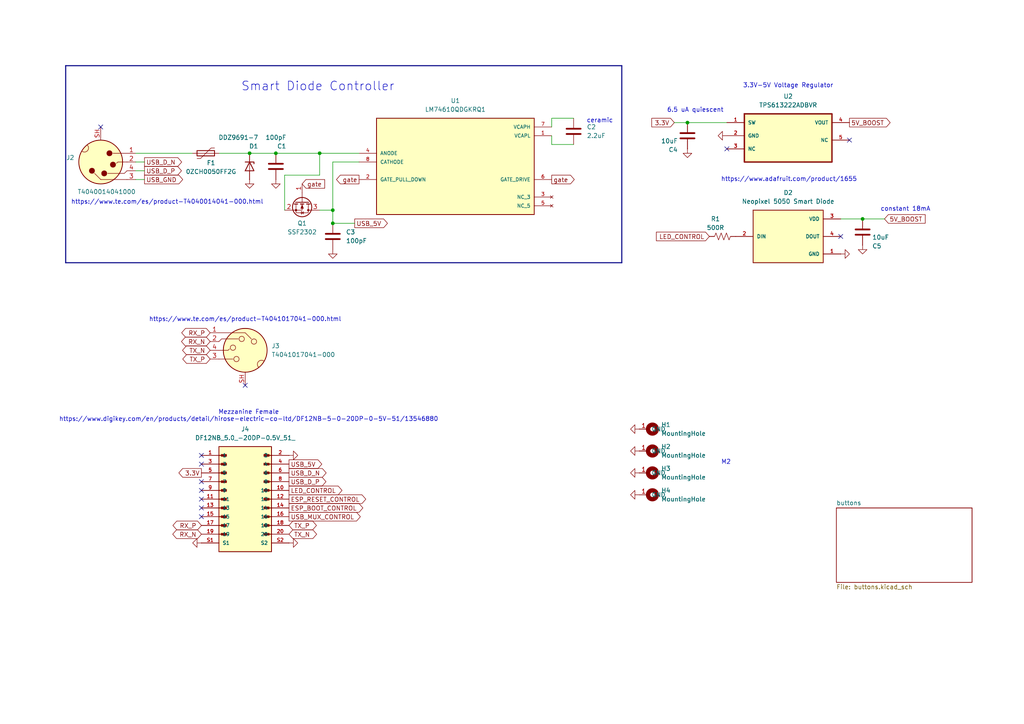
<source format=kicad_sch>
(kicad_sch (version 20250114) (generator "eeschema") (generator_version "9.0")
  (paper "A4")
  (lib_symbols
    (symbol "1426:Neopixel 5050 Smart Diode" (pin_names (offset 1.016))
      (property "Reference" "D" (at -10.16 8.382 0))
      (property "Value" "Neopixel 5050 Smart Diode" (at -10.16 -10.16 0))
      (symbol "Neopixel 5050 Smart Diode_0_0"
        (rectangle (start -10.16 7.62) (end 10.16 -7.62) (stroke (width 0.254)) (fill (type background)))
        (pin input line (at -15.24 0 0) (length 5.08) (name "DIN") (number "2"))
        (pin power_in line (at 15.24 5.08 180) (length 5.08) (name "VDD") (number "3"))
        (pin power_in line (at 15.24 -5.08 180) (length 5.08) (name "GND") (number "1"))
      )
      (symbol "Neopixel 5050 Smart Diode_1_0"
        (pin output line (at 15.24 0 180) (length 5.08) (name "DOUT") (number "4"))
      )
    )
    (symbol "Connector:IEC61076-2_M8_A-coding_01x04_Plug_Shielded"
      (property "Reference" "J" (at 0 7.62 0))
      (property "Value" "IEC61076-2_M8_A-coding_01x04_Plug_Shielded" (at 0 -7.62 0))
      (symbol "IEC61076-2_M8_A-coding_01x04_Plug_Shielded_0_1"
        (polyline (pts (xy -7.62 0) (xy -4.953 0) (xy -4.572 0.381)))
        (polyline (pts (xy -7.62 -2.54) (xy -3.556 -2.54)))
        (circle (center -3.556 0.762) (radius 0.762) (fill (type outline)))
        (circle (center -2.54 -2.54) (radius 0.762) (fill (type outline)))
        (polyline (pts (xy -2.032 3.302) (xy -6.858 3.302) (xy -7.62 2.54)))
        (circle (center -1.016 3.302) (radius 0.762) (fill (type outline)))
        (polyline (pts (xy 0 5.08) (xy -7.62 5.08)))
        (polyline (pts (xy 0 5.08) (xy 1.778 3.302)))
        (circle (center 0 0) (radius 6.35) (stroke (width 0.254)) (fill (type background)))
        (circle (center 2.54 2.54) (radius 0.762) (fill (type outline)))
        (arc (start 3.937 -4.953) (mid 3.819 -3.3063) (end 5.461 -3.175))
      )
      (symbol "IEC61076-2_M8_A-coding_01x04_Plug_Shielded_1_1"
        (pin passive line (at -10.16 5.08 0) (length 2.54) (name "~") (number "3"))
        (pin passive line (at -10.16 2.54 0) (length 2.54) (name "~") (number "4"))
        (pin passive line (at -10.16 0 0) (length 2.54) (name "~") (number "2"))
        (pin passive line (at -10.16 -2.54 0) (length 2.54) (name "~") (number "1"))
        (pin passive line (at 0 -10.16 90) (length 3.81) (name "~") (number "SH"))
      )
    )
    (symbol "Connector:IEC61076-2_M8_A-coding_01x04_Receptacle_Shielded"
      (property "Reference" "J" (at 0 7.62 0))
      (property "Value" "IEC61076-2_M8_A-coding_01x04_Receptacle_Shielded" (at 0 -7.874 0))
      (symbol "IEC61076-2_M8_A-coding_01x04_Receptacle_Shielded_0_1"
        (polyline (pts (xy -7.62 0) (xy -4.953 0) (xy -4.572 0.381)))
        (polyline (pts (xy -7.62 -2.54) (xy -3.556 -2.54)))
        (circle (center -3.556 0.762) (radius 0.762))
        (circle (center -2.54 -2.54) (radius 0.762))
        (polyline (pts (xy -2.032 3.302) (xy -6.858 3.302) (xy -7.62 2.54)))
        (circle (center -1.016 3.302) (radius 0.762))
        (polyline (pts (xy 0 5.08) (xy -7.62 5.08)))
        (polyline (pts (xy 0 5.08) (xy 1.778 3.302)))
        (circle (center 0 0) (radius 6.35) (stroke (width 0.254)) (fill (type background)))
        (circle (center 2.54 2.54) (radius 0.762))
        (arc (start 3.937 -4.953) (mid 3.819 -3.3063) (end 5.461 -3.175))
      )
      (symbol "IEC61076-2_M8_A-coding_01x04_Receptacle_Shielded_1_1"
        (pin passive line (at -10.16 5.08 0) (length 2.54) (name "~") (number "1"))
        (pin passive line (at -10.16 2.54 0) (length 2.54) (name "~") (number "2"))
        (pin passive line (at -10.16 0 0) (length 2.54) (name "~") (number "4"))
        (pin passive line (at -10.16 -2.54 0) (length 2.54) (name "~") (number "3"))
        (pin passive line (at 0 -10.16 90) (length 3.81) (name "~") (number "SH"))
      )
    )
    (symbol "DF12NB_5.0_-20DP-0.5V_51_:DF12NB_5.0_-20DP-0.5V_51_" (pin_names (offset 1.016))
      (property "Reference" "J4" (at 0 20.32 0))
      (property "Value" "DF12NB_5.0_-20DP-0.5V_51_" (at 0 17.78 0))
      (symbol "DF12NB_5.0_-20DP-0.5V_51__0_0"
        (rectangle (start -7.62 15.24) (end 7.62 -15.24) (stroke (width 0.254)) (fill (type background)))
        (polyline (pts (xy -7.62 12.7) (xy -5.715 12.7)) (stroke (width 0.254)))
        (polyline (pts (xy -7.62 10.16) (xy -5.715 10.16)) (stroke (width 0.254)))
        (polyline (pts (xy -7.62 7.62) (xy -5.715 7.62)) (stroke (width 0.254)))
        (polyline (pts (xy -7.62 5.08) (xy -5.715 5.08)) (stroke (width 0.254)))
        (polyline (pts (xy -7.62 2.54) (xy -5.715 2.54)) (stroke (width 0.254)))
        (polyline (pts (xy -7.62 0) (xy -5.715 0)) (stroke (width 0.254)))
        (polyline (pts (xy -7.62 -2.54) (xy -5.715 -2.54)) (stroke (width 0.254)))
        (polyline (pts (xy -7.62 -5.08) (xy -5.715 -5.08)) (stroke (width 0.254)))
        (polyline (pts (xy -7.62 -7.62) (xy -5.715 -7.62)) (stroke (width 0.254)))
        (polyline (pts (xy -7.62 -10.16) (xy -5.715 -10.16)) (stroke (width 0.254)))
        (rectangle (start -6.985 12.3825) (end -5.3975 13.0175) (stroke (width 0.1)) (fill (type outline)))
        (rectangle (start -6.985 9.8425) (end -5.3975 10.4775) (stroke (width 0.1)) (fill (type outline)))
        (rectangle (start -6.985 7.3025) (end -5.3975 7.9375) (stroke (width 0.1)) (fill (type outline)))
        (rectangle (start -6.985 4.7625) (end -5.3975 5.3975) (stroke (width 0.1)) (fill (type outline)))
        (rectangle (start -6.985 2.2225) (end -5.3975 2.8575) (stroke (width 0.1)) (fill (type outline)))
        (rectangle (start -6.985 -0.3175) (end -5.3975 0.3175) (stroke (width 0.1)) (fill (type outline)))
        (rectangle (start -6.985 -2.8575) (end -5.3975 -2.2225) (stroke (width 0.1)) (fill (type outline)))
        (rectangle (start -6.985 -5.3975) (end -5.3975 -4.7625) (stroke (width 0.1)) (fill (type outline)))
        (rectangle (start -6.985 -7.9375) (end -5.3975 -7.3025) (stroke (width 0.1)) (fill (type outline)))
        (rectangle (start -6.985 -10.4775) (end -5.3975 -9.8425) (stroke (width 0.1)) (fill (type outline)))
        (rectangle (start 6.985 12.3825) (end 5.3975 13.0175) (stroke (width 0.1)) (fill (type outline)))
        (rectangle (start 6.985 9.8425) (end 5.3975 10.4775) (stroke (width 0.1)) (fill (type outline)))
        (rectangle (start 6.985 7.3025) (end 5.3975 7.9375) (stroke (width 0.1)) (fill (type outline)))
        (rectangle (start 6.985 4.7625) (end 5.3975 5.3975) (stroke (width 0.1)) (fill (type outline)))
        (rectangle (start 6.985 2.2225) (end 5.3975 2.8575) (stroke (width 0.1)) (fill (type outline)))
        (rectangle (start 6.985 -0.3175) (end 5.3975 0.3175) (stroke (width 0.1)) (fill (type outline)))
        (rectangle (start 6.985 -2.8575) (end 5.3975 -2.2225) (stroke (width 0.1)) (fill (type outline)))
        (rectangle (start 6.985 -5.3975) (end 5.3975 -4.7625) (stroke (width 0.1)) (fill (type outline)))
        (rectangle (start 6.985 -7.9375) (end 5.3975 -7.3025) (stroke (width 0.1)) (fill (type outline)))
        (rectangle (start 6.985 -10.4775) (end 5.3975 -9.8425) (stroke (width 0.1)) (fill (type outline)))
        (polyline (pts (xy 7.62 12.7) (xy 5.715 12.7)) (stroke (width 0.254)))
        (polyline (pts (xy 7.62 10.16) (xy 5.715 10.16)) (stroke (width 0.254)))
        (polyline (pts (xy 7.62 7.62) (xy 5.715 7.62)) (stroke (width 0.254)))
        (polyline (pts (xy 7.62 5.08) (xy 5.715 5.08)) (stroke (width 0.254)))
        (polyline (pts (xy 7.62 2.54) (xy 5.715 2.54)) (stroke (width 0.254)))
        (polyline (pts (xy 7.62 0) (xy 5.715 0)) (stroke (width 0.254)))
        (polyline (pts (xy 7.62 -2.54) (xy 5.715 -2.54)) (stroke (width 0.254)))
        (polyline (pts (xy 7.62 -5.08) (xy 5.715 -5.08)) (stroke (width 0.254)))
        (polyline (pts (xy 7.62 -7.62) (xy 5.715 -7.62)) (stroke (width 0.254)))
        (polyline (pts (xy 7.62 -10.16) (xy 5.715 -10.16)) (stroke (width 0.254)))
        (pin passive line (at -12.7 12.7 0) (length 5.08) (name "1") (number "1"))
        (pin passive line (at -12.7 10.16 0) (length 5.08) (name "3") (number "3"))
        (pin passive line (at -12.7 7.62 0) (length 5.08) (name "5") (number "5"))
        (pin passive line (at -12.7 5.08 0) (length 5.08) (name "7") (number "7"))
        (pin passive line (at -12.7 2.54 0) (length 5.08) (name "9") (number "9"))
        (pin passive line (at -12.7 0 0) (length 5.08) (name "11") (number "11"))
        (pin passive line (at -12.7 -2.54 0) (length 5.08) (name "13") (number "13"))
        (pin passive line (at -12.7 -5.08 0) (length 5.08) (name "15") (number "15"))
        (pin passive line (at -12.7 -7.62 0) (length 5.08) (name "17") (number "17"))
        (pin passive line (at -12.7 -10.16 0) (length 5.08) (name "19") (number "19"))
        (pin passive line (at 12.7 12.7 180) (length 5.08) (name "2") (number "2"))
        (pin passive line (at 12.7 10.16 180) (length 5.08) (name "4") (number "4"))
        (pin passive line (at 12.7 7.62 180) (length 5.08) (name "6") (number "6"))
        (pin passive line (at 12.7 5.08 180) (length 5.08) (name "8") (number "8"))
        (pin passive line (at 12.7 2.54 180) (length 5.08) (name "10") (number "10"))
        (pin passive line (at 12.7 0 180) (length 5.08) (name "12") (number "12"))
        (pin passive line (at 12.7 -2.54 180) (length 5.08) (name "14") (number "14"))
        (pin passive line (at 12.7 -5.08 180) (length 5.08) (name "16") (number "16"))
        (pin passive line (at 12.7 -7.62 180) (length 5.08) (name "18") (number "18"))
        (pin passive line (at 12.7 -10.16 180) (length 5.08) (name "20") (number "20"))
      )
      (symbol "DF12NB_5.0_-20DP-0.5V_51__1_0"
        (pin passive line (at -12.7 -12.7 0) (length 5.08) (name "S1") (number "S1"))
        (pin passive line (at 12.7 -12.7 180) (length 5.08) (name "S2") (number "S2"))
      )
    )
    (symbol "Device:C" (pin_numbers (hide yes)) (pin_names (offset 0.254))
      (property "Reference" "C" (at 0.635 2.54 0))
      (property "Value" "C" (at 0.635 -2.54 0))
      (symbol "C_0_1"
        (polyline (pts (xy -2.032 0.762) (xy 2.032 0.762)) (stroke (width 0.508)))
        (polyline (pts (xy -2.032 -0.762) (xy 2.032 -0.762)) (stroke (width 0.508)))
      )
      (symbol "C_1_1"
        (pin passive line (at 0 3.81 270) (length 2.794) (name "~") (number "1"))
        (pin passive line (at 0 -3.81 90) (length 2.794) (name "~") (number "2"))
      )
    )
    (symbol "Device:Polyfuse" (pin_numbers (hide yes)) (pin_names (offset 0))
      (property "Reference" "F" (at -2.54 0 90))
      (property "Value" "Polyfuse" (at 2.54 0 90))
      (symbol "Polyfuse_0_1"
        (polyline (pts (xy -1.524 2.54) (xy -1.524 1.524) (xy 1.524 -1.524) (xy 1.524 -2.54)))
        (rectangle (start -0.762 2.54) (end 0.762 -2.54) (stroke (width 0.254)))
        (polyline (pts (xy 0 2.54) (xy 0 -2.54)))
      )
      (symbol "Polyfuse_1_1"
        (pin passive line (at 0 3.81 270) (length 1.27) (name "~") (number "1"))
        (pin passive line (at 0 -3.81 90) (length 1.27) (name "~") (number "2"))
      )
    )
    (symbol "Device:R_US" (pin_numbers (hide yes)) (pin_names (offset 0))
      (property "Reference" "R" (at 2.54 0 90))
      (property "Value" "R_US" (at -2.54 0 90))
      (symbol "R_US_0_1"
        (polyline (pts (xy 0 2.286) (xy 0 2.54)))
        (polyline (pts (xy 0 2.286) (xy 1.016 1.905) (xy 0 1.524) (xy -1.016 1.143) (xy 0 0.762)))
        (polyline (pts (xy 0 0.762) (xy 1.016 0.381) (xy 0 0) (xy -1.016 -0.381) (xy 0 -0.762)))
        (polyline (pts (xy 0 -0.762) (xy 1.016 -1.143) (xy 0 -1.524) (xy -1.016 -1.905) (xy 0 -2.286)))
        (polyline (pts (xy 0 -2.286) (xy 0 -2.54)))
      )
      (symbol "R_US_1_1"
        (pin passive line (at 0 3.81 270) (length 1.27) (name "~") (number "1"))
        (pin passive line (at 0 -3.81 90) (length 1.27) (name "~") (number "2"))
      )
    )
    (symbol "Diode:1N47xxA" (pin_numbers (hide yes)) (pin_names (hide yes))
      (property "Reference" "D" (at 0 2.54 0))
      (property "Value" "1N47xxA" (at 0 -2.54 0))
      (symbol "1N47xxA_0_1"
        (polyline (pts (xy -1.27 -1.27) (xy -1.27 1.27) (xy -0.762 1.27)) (stroke (width 0.254)))
        (polyline (pts (xy 1.27 0) (xy -1.27 0)))
        (polyline (pts (xy 1.27 -1.27) (xy 1.27 1.27) (xy -1.27 0) (xy 1.27 -1.27)) (stroke (width 0.254)))
      )
      (symbol "1N47xxA_1_1"
        (pin passive line (at -3.81 0 0) (length 2.54) (name "K") (number "1"))
        (pin passive line (at 3.81 0 180) (length 2.54) (name "A") (number "2"))
      )
    )
    (symbol "LM74610QDGKRQ1:LM74610QDGKRQ1" (pin_names (offset 1.016))
      (property "Reference" "U" (at -22.86 13.97 0))
      (property "Value" "LM74610QDGKRQ1" (at -22.86 -16.51 0))
      (symbol "LM74610QDGKRQ1_0_0"
        (rectangle (start -22.86 -15.24) (end 22.86 12.7) (stroke (width 0.254)) (fill (type background)))
        (pin bidirectional line (at -27.94 2.54 0) (length 5.08) (name "ANODE") (number "4"))
        (pin bidirectional line (at -27.94 0 0) (length 5.08) (name "CATHODE") (number "8"))
        (pin bidirectional line (at -27.94 -5.08 0) (length 5.08) (name "GATE_PULL_DOWN") (number "2"))
        (pin output line (at 27.94 10.16 180) (length 5.08) (name "VCAPH") (number "7"))
        (pin output line (at 27.94 7.62 180) (length 5.08) (name "VCAPL") (number "1"))
        (pin output line (at 27.94 -5.08 180) (length 5.08) (name "GATE_DRIVE") (number "6"))
        (pin no_connect line (at 27.94 -10.16 180) (length 5.08) (name "NC_3") (number "3"))
        (pin no_connect line (at 27.94 -12.7 180) (length 5.08) (name "NC_5") (number "5"))
      )
    )
    (symbol "MountingHole_1" (pin_names (offset 1.016)) (in_bom no)
      (property "Reference" "H1" (at 2.54 1.2701 0))
      (property "Value" "MountingHole" (at 2.54 -1.2699 0))
      (symbol "MountingHole_1_0_1"
        (circle (center 0 0) (radius 1.27) (stroke (width 1.27)))
      )
      (symbol "MountingHole_1_1_1"
        (pin input line (at -3.81 0 0) (length 2.54) (name "GND") (number "1"))
      )
    )
    (symbol "TPS613222ADBVR:TPS613222ADBVR" (pin_names (offset 1.016))
      (property "Reference" "U2" (at 0 10.16 0))
      (property "Value" "TPS613222ADBVR" (at 0 7.62 0))
      (symbol "TPS613222ADBVR_0_0"
        (rectangle (start -12.7 5.08) (end 12.7 -8.89) (stroke (width 0.41)) (fill (type background)))
        (pin input line (at -17.78 2.54 0) (length 5.08) (name "SW") (number "1"))
        (pin power_in line (at -17.78 -1.27 0) (length 5.08) (name "GND") (number "2"))
        (pin output line (at 17.78 2.54 180) (length 5.08) (name "VOUT") (number "4"))
      )
      (symbol "TPS613222ADBVR_1_0"
        (pin power_in line (at -17.78 -5.08 0) (length 5.08) (name "NC") (number "3"))
        (pin power_in line (at 17.78 -2.54 180) (length 5.08) (name "NC") (number "5"))
      )
    )
    (symbol "Transistor_FET:2N7002K" (pin_names (offset 0) (hide yes))
      (property "Reference" "Q" (at 5.08 1.905 0))
      (property "Value" "2N7002K" (at 5.08 0 0))
      (symbol "2N7002K_0_1"
        (polyline (pts (xy 0.254 1.905) (xy 0.254 -1.905)) (stroke (width 0.254)))
        (polyline (pts (xy 0.254 0) (xy -2.54 0)))
        (polyline (pts (xy 0.762 2.286) (xy 0.762 1.27)) (stroke (width 0.254)))
        (polyline (pts (xy 0.762 0.508) (xy 0.762 -0.508)) (stroke (width 0.254)))
        (polyline (pts (xy 0.762 -1.27) (xy 0.762 -2.286)) (stroke (width 0.254)))
        (polyline (pts (xy 0.762 -1.778) (xy 3.302 -1.778) (xy 3.302 1.778) (xy 0.762 1.778)))
        (polyline (pts (xy 1.016 0) (xy 2.032 0.381) (xy 2.032 -0.381) (xy 1.016 0)) (fill (type outline)))
        (circle (center 1.651 0) (radius 2.794) (stroke (width 0.254)))
        (polyline (pts (xy 2.54 2.54) (xy 2.54 1.778)))
        (circle (center 2.54 1.778) (radius 0.254) (fill (type outline)))
        (circle (center 2.54 -1.778) (radius 0.254) (fill (type outline)))
        (polyline (pts (xy 2.54 -2.54) (xy 2.54 0) (xy 0.762 0)))
        (polyline (pts (xy 2.921 0.381) (xy 3.683 0.381)))
        (polyline (pts (xy 3.302 0.381) (xy 2.921 -0.254) (xy 3.683 -0.254) (xy 3.302 0.381)))
      )
      (symbol "2N7002K_1_1"
        (pin input line (at -5.08 0 0) (length 2.54) (name "G") (number "1"))
        (pin passive line (at 2.54 5.08 270) (length 2.54) (name "D") (number "3"))
        (pin passive line (at 2.54 -5.08 90) (length 2.54) (name "S") (number "2"))
      )
    )
    (symbol "power:GND" (power) (pin_numbers (hide yes)) (pin_names (offset 0) (hide yes))
      (property "Value" "GND" (at 0 -3.81 0))
      (symbol "GND_0_1"
        (polyline (pts (xy 0 0) (xy 0 -1.27) (xy 1.27 -1.27) (xy 0 -2.54) (xy -1.27 -1.27) (xy 0 -1.27)))
      )
      (symbol "GND_1_1"
        (pin power_in line (at 0 0 270) (length 0) (name "~") (number "1"))
      )
    )
  )
  (text "constant 18mA" (at 262.636 60.706 0) (effects (font (size 1.27 1.27))))
  (text "3.3V-5V Voltage Regulator" (at 228.6 24.892 0) (effects (font (size 1.27 1.27))))
  (text "Mezzanine Female\nhttps://www.digikey.com/en/products/detail/hirose-electric-co-ltd/DF12NB-5-0-20DP-0-5V-51/13546880" (at 72.136 120.65 0) (effects (font (size 1.27 1.27))))
  (text "https://www.te.com/es/product-T4041017041-000.html" (at 71.12 92.71 0) (effects (font (size 1.27 1.27))))
  (text "https://www.adafruit.com/product/1655" (at 228.854 52.07 0) (effects (font (size 1.27 1.27))))
  (text "ceramic" (at 173.99 35.052 0) (effects (font (size 1.27 1.27))))
  (text "Smart Diode Controller" (at 92.202 25.146 0) (effects (font (size 2.54 2.54))))
  (text "M2 " (at 211.074 134.112 0) (effects (font (size 1.27 1.27))))
  (text "6.5 uA quiescent" (at 201.676 32.004 0) (effects (font (size 1.27 1.27))))
  (text "https://www.te.com/es/product-T4040014041-000.html" (at 48.514 58.674 0) (effects (font (size 1.27 1.27))))
  (junction (at 96.52 64.77))
  (junction (at 199.39 35.56))
  (junction (at 92.71 44.45))
  (junction (at 72.39 44.45))
  (junction (at 250.19 63.5))
  (junction (at 80.01 44.45))
  (junction (at 96.52 60.96))
  (no_connect (at 58.42 134.62))
  (no_connect (at 210.82 43.18))
  (no_connect (at 58.42 142.24))
  (no_connect (at 58.42 147.32))
  (no_connect (at 243.84 68.58))
  (no_connect (at 71.12 111.76))
  (no_connect (at 58.42 139.7))
  (no_connect (at 246.38 40.64))
  (no_connect (at 29.21 36.83))
  (no_connect (at 58.42 132.08))
  (no_connect (at 58.42 149.86))
  (no_connect (at 58.42 144.78))
  (wire (pts (xy 96.52 46.99) (xy 96.52 60.96)))
  (wire (pts (xy 92.71 44.45) (xy 104.14 44.45)))
  (wire (pts (xy 39.37 49.53) (xy 41.91 49.53)))
  (wire (pts (xy 195.58 35.56) (xy 199.39 35.56)))
  (wire (pts (xy 160.02 39.37) (xy 160.02 41.91)))
  (wire (pts (xy 80.01 44.45) (xy 92.71 44.45)))
  (wire (pts (xy 92.71 44.45) (xy 92.71 50.8)))
  (wire (pts (xy 72.39 44.45) (xy 80.01 44.45)))
  (wire (pts (xy 96.52 60.96) (xy 96.52 64.77)))
  (wire (pts (xy 160.02 41.91) (xy 166.37 41.91)))
  (wire (pts (xy 250.19 63.5) (xy 243.84 63.5)))
  (wire (pts (xy 39.37 46.99) (xy 41.91 46.99)))
  (wire (pts (xy 92.71 50.8) (xy 82.55 50.8)))
  (wire (pts (xy 39.37 44.45) (xy 55.88 44.45)))
  (wire (pts (xy 199.39 35.56) (xy 210.82 35.56)))
  (wire (pts (xy 39.37 52.07) (xy 41.91 52.07)))
  (wire (pts (xy 82.55 50.8) (xy 82.55 60.96)))
  (bus (pts (xy 180.34 19.05) (xy 19.05 19.05)))
  (bus (pts (xy 180.34 19.05) (xy 180.34 76.2)))
  (wire (pts (xy 160.02 34.29) (xy 166.37 34.29)))
  (wire (pts (xy 104.14 46.99) (xy 96.52 46.99)))
  (bus (pts (xy 19.05 76.2) (xy 180.34 76.2)))
  (wire (pts (xy 96.52 60.96) (xy 92.71 60.96)))
  (bus (pts (xy 19.05 19.05) (xy 19.05 76.2)))
  (wire (pts (xy 96.52 64.77) (xy 102.87 64.77)))
  (wire (pts (xy 63.5 44.45) (xy 72.39 44.45)))
  (wire (pts (xy 256.54 63.5) (xy 250.19 63.5)))
  (wire (pts (xy 160.02 36.83) (xy 160.02 34.29)))
  (global_label "RX_P" (shape bidirectional) (at 60.96 96.52 180) (property "Intersheetrefs" "${INTERSHEET_REFS}" (effects (hide yes))))
  (global_label "USB_MUX_CONTROL" (shape output) (at 83.82 149.86 0) (property "Intersheetrefs" "${INTERSHEET_REFS}" (effects (hide yes))))
  (global_label "RX_P" (shape bidirectional) (at 58.42 152.4 180) (property "Intersheetrefs" "${INTERSHEET_REFS}" (effects (hide yes))))
  (global_label "TX_P" (shape bidirectional) (at 83.82 152.4 0) (property "Intersheetrefs" "${INTERSHEET_REFS}" (effects (hide yes))))
  (global_label "TX_N" (shape bidirectional) (at 60.96 101.6 180) (property "Intersheetrefs" "${INTERSHEET_REFS}" (effects (hide yes))))
  (global_label "gate" (shape input) (at 87.63 53.34 0) (property "Intersheetrefs" "${INTERSHEET_REFS}" (effects (hide yes))))
  (global_label "5V_BOOST" (shape output) (at 246.38 35.56 0) (property "Intersheetrefs" "${INTERSHEET_REFS}" (effects (hide yes))))
  (global_label "USB_D_N" (shape output) (at 83.82 137.16 0) (property "Intersheetrefs" "${INTERSHEET_REFS}" (effects (hide yes))))
  (global_label "USB_5V" (shape output) (at 83.82 134.62 0) (property "Intersheetrefs" "${INTERSHEET_REFS}" (effects (hide yes))))
  (global_label "USB_D_N" (shape output) (at 41.91 46.99 0) (property "Intersheetrefs" "${INTERSHEET_REFS}" (effects (hide yes))))
  (global_label "gate" (shape output) (at 160.02 52.07 0) (property "Intersheetrefs" "${INTERSHEET_REFS}" (effects (hide yes))))
  (global_label "RX_N" (shape bidirectional) (at 58.42 154.94 180) (property "Intersheetrefs" "${INTERSHEET_REFS}" (effects (hide yes))))
  (global_label "RX_N" (shape bidirectional) (at 60.96 99.06 180) (property "Intersheetrefs" "${INTERSHEET_REFS}" (effects (hide yes))))
  (global_label "USB_5V" (shape output) (at 102.87 64.77 0) (property "Intersheetrefs" "${INTERSHEET_REFS}" (effects (hide yes))))
  (global_label "ESP_RESET_CONTROL" (shape output) (at 83.82 144.78 0) (property "Intersheetrefs" "${INTERSHEET_REFS}" (effects (hide yes))))
  (global_label "3.3V" (shape input) (at 195.58 35.56 180) (property "Intersheetrefs" "${INTERSHEET_REFS}" (effects (hide yes))))
  (global_label "LED_CONTROL" (shape output) (at 83.82 142.24 0) (property "Intersheetrefs" "${INTERSHEET_REFS}" (effects (hide yes))))
  (global_label "USB_D_P" (shape output) (at 41.91 49.53 0) (property "Intersheetrefs" "${INTERSHEET_REFS}" (effects (hide yes))))
  (global_label "gate" (shape output) (at 104.14 52.07 180) (property "Intersheetrefs" "${INTERSHEET_REFS}" (effects (hide yes))))
  (global_label "USB_GND" (shape output) (at 41.91 52.07 0) (property "Intersheetrefs" "${INTERSHEET_REFS}" (effects (hide yes))))
  (global_label "3.3V" (shape output) (at 58.42 137.16 180) (property "Intersheetrefs" "${INTERSHEET_REFS}" (effects (hide yes))))
  (global_label "5V_BOOST" (shape input) (at 256.54 63.5 0) (property "Intersheetrefs" "${INTERSHEET_REFS}" (effects (hide yes))))
  (global_label "LED_CONTROL" (shape input) (at 205.74 68.58 180) (property "Intersheetrefs" "${INTERSHEET_REFS}" (effects (hide yes))))
  (global_label "TX_P" (shape bidirectional) (at 60.96 104.14 180) (property "Intersheetrefs" "${INTERSHEET_REFS}" (effects (hide yes))))
  (global_label "USB_D_P" (shape output) (at 83.82 139.7 0) (property "Intersheetrefs" "${INTERSHEET_REFS}" (effects (hide yes))))
  (global_label "TX_N" (shape bidirectional) (at 83.82 154.94 0) (property "Intersheetrefs" "${INTERSHEET_REFS}" (effects (hide yes))))
  (global_label "ESP_BOOT_CONTROL" (shape output) (at 83.82 147.32 0) (property "Intersheetrefs" "${INTERSHEET_REFS}" (effects (hide yes))))
  (symbol (lib_id "power:GND") (at 83.82 132.08 90) (unit 1)
    (property "Reference" "#PWR019" (effects (hide yes)))
    (property "Value" "GND" (effects (hide yes)))
    (property "Description" "Power symbol creates a global label with name \"GND\" , ground" (effects (hide yes)))
  )
  (symbol (lib_id "power:GND") (at 80.01 52.07 0) (unit 1)
    (property "Reference" "#PWR03" (effects (hide yes)))
    (property "Value" "GND" (effects (hide yes)))
    (property "Description" "Power symbol creates a global label with name \"GND\" , ground" (effects (hide yes)))
  )
  (symbol (lib_id "power:GND") (at 185.42 130.81 270) (mirror x) (unit 1)
    (property "Reference" "#PWR014" (effects (hide yes)))
    (property "Value" "GND" (effects (hide yes)))
    (property "Description" "Power symbol creates a global label with name \"GND\" , ground" (effects (hide yes)))
  )
  (symbol (lib_id "power:GND") (at 96.52 72.39 0) (unit 1)
    (property "Reference" "#PWR04" (effects (hide yes)))
    (property "Value" "GND" (effects (hide yes)))
    (property "Description" "Power symbol creates a global label with name \"GND\" , ground" (effects (hide yes)))
  )
  (symbol (lib_id "power:GND") (at 210.82 39.37 270) (unit 1)
    (property "Reference" "#PWR06" (effects (hide yes)))
    (property "Value" "GND" (effects (hide yes)))
    (property "Description" "Power symbol creates a global label with name \"GND\" , ground" (effects (hide yes)))
  )
  (symbol (lib_id "Diode:1N47xxA") (at 72.39 48.26 270) (unit 1)
    (property "Reference" "D1" (at 74.93 42.418 90) (effects (justify right)))
    (property "Value" "DDZ9691-7" (at 74.93 39.878 90) (effects (justify right)))
    (property "Footprint" "22XT_Main_Peripheral:DDZ9691Q-7" (effects (hide yes)))
    (property "Datasheet" "https://www.vishay.com/docs/85816/1n4728a.pdf" (effects (hide yes)))
    (property "Description" "1300mW Silicon planar power Zener diodes, DO-41" (effects (hide yes)))
  )
  (symbol (lib_id "DF12NB_5.0_-20DP-0.5V_51_:DF12NB_5.0_-20DP-0.5V_51_") (at 71.12 144.78 0) (unit 1)
    (property "Reference" "J4" (at 71.12 124.46 0))
    (property "Value" "DF12NB_5.0_-20DP-0.5V_51_" (at 71.12 127 0))
    (property "Footprint" "22XT_Main_Peripheral:DF12NB_5.0_-20DP-0.5V_51_" (effects (hide yes)))
    (property "MF" "Hirose Connector" (effects (hide yes)))
    (property "Description_1" "CONN HDR 20POS SMD GOLD / 20 Position Connector Header, Outer Shroud Contacts Surface Mount Gold" (effects (hide yes)))
    (property "Package" "None" (effects (hide yes)))
    (property "Price" "None" (effects (hide yes)))
    (property "Check_prices" "https://www.snapeda.com/parts/DF12NB(5.0)-20DP-0.5V(51)/Hirose/view-part/?ref=eda" (effects (hide yes)))
    (property "SnapEDA_Link" "https://www.snapeda.com/parts/DF12NB(5.0)-20DP-0.5V(51)/Hirose/view-part/?ref=snap" (effects (hide yes)))
    (property "MP" "DF12NB(5.0)-20DP-0.5V(51)" (effects (hide yes)))
    (property "Purchase-URL" "https://www.snapeda.com/api/url_track_click_mouser/?unipart_id=5522296&manufacturer=Hirose Connector&part_name=DF12NB(5.0)-20DP-0.5V(51)&search_term=None" (effects (hide yes)))
    (property "Availability" "In Stock" (effects (hide yes)))
    (property "MANUFACTURER" "HRS" (effects (hide yes)))
  )
  (symbol (lib_id "TPS613222ADBVR:TPS613222ADBVR") (at 228.6 38.1 0) (unit 1)
    (property "Reference" "U2" (at 228.6 27.94 0))
    (property "Value" "TPS613222ADBVR" (at 228.6 30.48 0))
    (property "Footprint" "22XT_Main_Peripheral:TPS613222ADBVR" (effects (hide yes)))
    (property "MF" "Texas Instruments" (effects (hide yes)))
    (property "Description_1" "6-uA Quiescent Current, 1.8-A Switch Current Boost Converter" (effects (hide yes)))
    (property "Package" "SOT-23-5 Texas Instruments" (effects (hide yes)))
    (property "Price" "None" (effects (hide yes)))
    (property "SnapEDA_Link" "https://www.snapeda.com/parts/TPS613222ADBVR/Texas+Instruments/view-part/?ref=snap" (effects (hide yes)))
    (property "MP" "TPS613222ADBVR" (effects (hide yes)))
    (property "Availability" "In Stock" (effects (hide yes)))
    (property "Check_prices" "https://www.snapeda.com/parts/TPS613222ADBVR/Texas+Instruments/view-part/?ref=eda" (effects (hide yes)))
  )
  (symbol (lib_id "power:GND") (at 185.42 124.46 270) (mirror x) (unit 1)
    (property "Reference" "#PWR010" (effects (hide yes)))
    (property "Value" "GND" (effects (hide yes)))
    (property "Description" "Power symbol creates a global label with name \"GND\" , ground" (effects (hide yes)))
  )
  (symbol (lib_id "Device:C") (at 80.01 48.26 180) (unit 1)
    (property "Reference" "C1" (at 83.058 42.418 0) (effects (justify left)))
    (property "Value" "100pF" (at 83.058 39.878 0) (effects (justify left)))
    (property "Footprint" "Capacitor_SMD:C_0402_1005Metric" (effects (hide yes)))
    (property "Description" "Unpolarized capacitor" (effects (hide yes)))
  )
  (symbol (lib_id "power:GND") (at 72.39 52.07 0) (unit 1)
    (property "Reference" "#PWR02" (effects (hide yes)))
    (property "Value" "GND" (effects (hide yes)))
    (property "Description" "Power symbol creates a global label with name \"GND\" , ground" (effects (hide yes)))
  )
  (symbol (lib_id "power:GND") (at 185.42 143.51 270) (mirror x) (unit 1)
    (property "Reference" "#PWR016" (effects (hide yes)))
    (property "Value" "GND" (effects (hide yes)))
    (property "Description" "Power symbol creates a global label with name \"GND\" , ground" (effects (hide yes)))
  )
  (symbol (lib_id "power:GND") (at 243.84 73.66 90) (unit 1)
    (property "Reference" "#PWR07" (effects (hide yes)))
    (property "Value" "GND" (effects (hide yes)))
    (property "Description" "Power symbol creates a global label with name \"GND\" , ground" (effects (hide yes)))
  )
  (symbol (lib_id "Connector:IEC61076-2_M8_A-coding_01x04_Plug_Shielded") (at 29.21 46.99 180) (unit 1)
    (property "Reference" "J2" (at 21.59 45.7199 0) (effects (justify left)))
    (property "Value" "T4040014041000" (at 39.37 55.626 0) (effects (justify left)))
    (property "Footprint" "22XT_Main_Peripheral:T4040014041000" (effects (hide yes)))
    (property "Description" "IEC 61076-2 4 ways shielded M8 A-coding plug connector" (effects (hide yes)))
  )
  (symbol (lib_id "power:GND") (at 250.19 71.12 0) (mirror y) (unit 1)
    (property "Reference" "#PWR08" (effects (hide yes)))
    (property "Value" "GND" (effects (hide yes)))
    (property "Description" "Power symbol creates a global label with name \"GND\" , ground" (effects (hide yes)))
  )
  (symbol (lib_id "power:GND") (at 199.39 43.18 0) (unit 1)
    (property "Reference" "#PWR05" (effects (hide yes)))
    (property "Value" "GND" (effects (hide yes)))
    (property "Description" "Power symbol creates a global label with name \"GND\" , ground" (effects (hide yes)))
  )
  (symbol (lib_id "LM74610QDGKRQ1:LM74610QDGKRQ1") (at 132.08 46.99 0) (unit 1)
    (property "Reference" "U1" (at 132.08 29.21 0))
    (property "Value" "LM74610QDGKRQ1" (at 132.08 31.75 0))
    (property "Footprint" "22XT_Main_Peripheral:LM74610QDGKRQ1" (effects (hide yes)))
    (property "MF" "Texas Instruments" (effects (hide yes)))
    (property "MAXIMUM_PACKAGE_HEIGHT" "1.10 mm" (effects (hide yes)))
    (property "Package" "VSSOP-8 Texas Instruments" (effects (hide yes)))
    (property "Price" "None" (effects (hide yes)))
    (property "Check_prices" "https://www.snapeda.com/parts/LM74610QDGKRQ1/Texas+Instruments/view-part/?ref=eda" (effects (hide yes)))
    (property "STANDARD" "IPC-7351B" (effects (hide yes)))
    (property "PARTREV" "B" (effects (hide yes)))
    (property "SnapEDA_Link" "https://www.snapeda.com/parts/LM74610QDGKRQ1/Texas+Instruments/view-part/?ref=snap" (effects (hide yes)))
    (property "MP" "LM74610QDGKRQ1" (effects (hide yes)))
    (property "Purchase-URL" "https://www.snapeda.com/api/url_track_click_mouser/?unipart_id=652317&manufacturer=Texas Instruments&part_name=LM74610QDGKRQ1&search_term=None" (effects (hide yes)))
    (property "Description_1" "0.48-V to 42-V, zero IQ automotive ideal diode controller" (effects (hide yes)))
    (property "Availability" "In Stock" (effects (hide yes)))
    (property "MANUFACTURER" "Texas Instruments" (effects (hide yes)))
  )
  (symbol (lib_name "MountingHole_1") (lib_id "Mechanical:MountingHole") (at 189.23 137.16 0) (unit 1) (in_bom no)
    (property "Reference" "H3" (at 191.77 135.8899 0) (effects (justify left)))
    (property "Value" "MountingHole" (at 191.77 138.4299 0) (effects (justify left)))
    (property "Footprint" "MountingHole:MountingHole_2.2mm_M2_Pad" (effects (hide yes)))
    (property "Description" "Mounting Hole without connection" (effects (hide yes)))
  )
  (symbol (lib_name "MountingHole_1") (lib_id "Mechanical:MountingHole") (at 189.23 143.51 0) (unit 1) (in_bom no)
    (property "Reference" "H4" (at 191.77 142.2399 0) (effects (justify left)))
    (property "Value" "MountingHole" (at 191.77 144.7799 0) (effects (justify left)))
    (property "Footprint" "MountingHole:MountingHole_2.2mm_M2_Pad" (effects (hide yes)))
    (property "Description" "Mounting Hole without connection" (effects (hide yes)))
  )
  (symbol (lib_id "Connector:IEC61076-2_M8_A-coding_01x04_Receptacle_Shielded") (at 71.12 101.6 0) (unit 1)
    (property "Reference" "J3" (at 78.74 100.3299 0) (effects (justify left)))
    (property "Value" "T4041017041-000" (at 78.74 102.8699 0) (effects (justify left)))
    (property "Footprint" "22XT_Main_Peripheral:T4041017041000" (effects (hide yes)))
    (property "Description" "IEC 61076-2 4 ways shielded M8 A-coding receptacle connector" (effects (hide yes)))
  )
  (symbol (lib_id "power:GND") (at 58.42 157.48 270) (unit 1)
    (property "Reference" "#PWR017" (effects (hide yes)))
    (property "Value" "GND" (effects (hide yes)))
    (property "Description" "Power symbol creates a global label with name \"GND\" , ground" (effects (hide yes)))
  )
  (symbol (lib_name "MountingHole_1") (lib_id "Mechanical:MountingHole") (at 189.23 124.46 0) (unit 1) (in_bom no)
    (property "Reference" "H1" (at 191.77 123.1899 0) (effects (justify left)))
    (property "Value" "MountingHole" (at 191.77 125.7299 0) (effects (justify left)))
    (property "Footprint" "MountingHole:MountingHole_2.2mm_M2_Pad" (effects (hide yes)))
    (property "Description" "Mounting Hole without connection" (effects (hide yes)))
  )
  (symbol (lib_id "power:GND") (at 83.82 157.48 90) (unit 1)
    (property "Reference" "#PWR018" (effects (hide yes)))
    (property "Value" "GND" (effects (hide yes)))
    (property "Description" "Power symbol creates a global label with name \"GND\" , ground" (effects (hide yes)))
  )
  (symbol (lib_id "Transistor_FET:2N7002K") (at 87.63 58.42 270) (unit 1)
    (property "Reference" "Q1" (at 87.63 64.77 90))
    (property "Value" "SSF2302" (at 87.63 67.31 90))
    (property "Footprint" "22XT_Main_Peripheral:SSF2302" (effects (hide yes)))
    (property "Datasheet" "https://www.diodes.com/assets/Datasheets/ds30896.pdf" (effects (hide yes)))
    (property "Description" "0.38A Id, 60V Vds, N-Channel MOSFET, SOT-23" (effects (hide yes)))
  )
  (symbol (lib_id "Device:C") (at 166.37 38.1 0) (unit 1)
    (property "Reference" "C2" (at 170.18 36.8299 0) (effects (justify left)))
    (property "Value" "2.2uF" (at 170.18 39.3699 0) (effects (justify left)))
    (property "Footprint" "Capacitor_SMD:C_0402_1005Metric" (effects (hide yes)))
    (property "Description" "Unpolarized capacitor" (effects (hide yes)))
  )
  (symbol (lib_id "Device:C") (at 199.39 39.37 0) (unit 1)
    (property "Reference" "C4" (at 196.596 43.434 0) (effects (justify right)))
    (property "Value" "10uF" (at 196.596 40.894 0) (effects (justify right)))
    (property "Footprint" "Capacitor_SMD:C_0603_1608Metric" (effects (hide yes)))
    (property "Description" "Unpolarized capacitor" (effects (hide yes)))
  )
  (symbol (lib_id "power:GND") (at 185.42 137.16 270) (mirror x) (unit 1)
    (property "Reference" "#PWR015" (effects (hide yes)))
    (property "Value" "GND" (effects (hide yes)))
    (property "Description" "Power symbol creates a global label with name \"GND\" , ground" (effects (hide yes)))
  )
  (symbol (lib_id "Device:Polyfuse") (at 59.69 44.45 90) (unit 1)
    (property "Reference" "F1" (at 61.214 47.244 90))
    (property "Value" "0ZCH0050FF2G" (at 61.214 49.784 90))
    (property "Footprint" "22XT_Main_Peripheral:0ZCH0050FF2G" (effects (hide yes)))
    (property "Description" "Resettable fuse, polymeric positive temperature coefficient" (effects (hide yes)))
  )
  (symbol (lib_id "1426:Neopixel 5050 Smart Diode") (at 228.6 68.58 0) (unit 1)
    (property "Reference" "D2" (at 228.6 55.88 0))
    (property "Value" "Neopixel 5050 Smart Diode" (at 228.6 58.42 0))
    (property "Footprint" "22XT_Main_Peripheral:LED_5050" (effects (hide yes)))
    (property "Datasheet" "https://www.adafruit.com/product/1655" (effects (hide yes)))
  )
  (symbol (lib_id "Device:R_US") (at 209.55 68.58 90) (unit 1)
    (property "Reference" "R1" (at 207.518 63.5 90))
    (property "Value" "500R" (at 207.518 66.04 90))
    (property "Footprint" "Resistor_SMD:R_0402_1005Metric" (effects (hide yes)))
    (property "Description" "Resistor, US symbol" (effects (hide yes)))
  )
  (symbol (lib_id "Device:C") (at 250.19 67.31 0) (mirror y) (unit 1)
    (property "Reference" "C5" (at 252.984 71.374 0) (effects (justify right)))
    (property "Value" "10uF" (at 252.984 68.834 0) (effects (justify right)))
    (property "Footprint" "Capacitor_SMD:C_0603_1608Metric" (effects (hide yes)))
    (property "Description" "Unpolarized capacitor" (effects (hide yes)))
  )
  (symbol (lib_name "MountingHole_1") (lib_id "Mechanical:MountingHole") (at 189.23 130.81 0) (unit 1) (in_bom no)
    (property "Reference" "H2" (at 191.77 129.5399 0) (effects (justify left)))
    (property "Value" "MountingHole" (at 191.77 132.0799 0) (effects (justify left)))
    (property "Footprint" "MountingHole:MountingHole_2.2mm_M2_Pad" (effects (hide yes)))
    (property "Description" "Mounting Hole without connection" (effects (hide yes)))
  )
  (symbol (lib_id "Device:C") (at 96.52 68.58 0) (unit 1)
    (property "Reference" "C3" (at 100.33 67.3099 0) (effects (justify left)))
    (property "Value" "100pF" (at 100.33 69.8499 0) (effects (justify left)))
    (property "Footprint" "Capacitor_SMD:C_0402_1005Metric" (effects (hide yes)))
    (property "Description" "Unpolarized capacitor" (effects (hide yes)))
  )
  (sheet (at 242.57 147.32) (size 39.37 21.59) (stroke (width 0.1524))
    (property "Sheetname" "buttons" (at 242.57 146.6084 0) (effects (justify left bottom)))
    (property "Sheetfile" "buttons.kicad_sch" (at 242.57 169.4946 0) (effects (justify left top)))
  )
)
</source>
